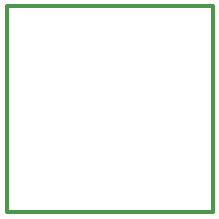
<source format=gko>
%FSLAX25Y25*%
%MOIN*%
G70*
G01*
G75*
G04 Layer_Color=16711935*
%ADD10R,0.04016X0.03543*%
%ADD11C,0.02500*%
%ADD12R,0.28500X0.13000*%
%ADD13R,0.23500X0.21500*%
%ADD14R,0.39500X0.21500*%
%ADD15C,0.07500*%
%ADD16R,0.10000X0.05000*%
%ADD17O,0.10000X0.05000*%
%ADD18C,0.01000*%
%ADD19C,0.00700*%
%ADD20R,0.04816X0.04343*%
%ADD21C,0.08300*%
%ADD22R,0.10800X0.05800*%
%ADD23O,0.10800X0.05800*%
%ADD24C,0.00600*%
%ADD25C,0.01181*%
D25*
X205118Y305118D02*
X273622D01*
Y373622D01*
X205118D02*
X273622D01*
X205118Y305118D02*
Y373622D01*
M02*

</source>
